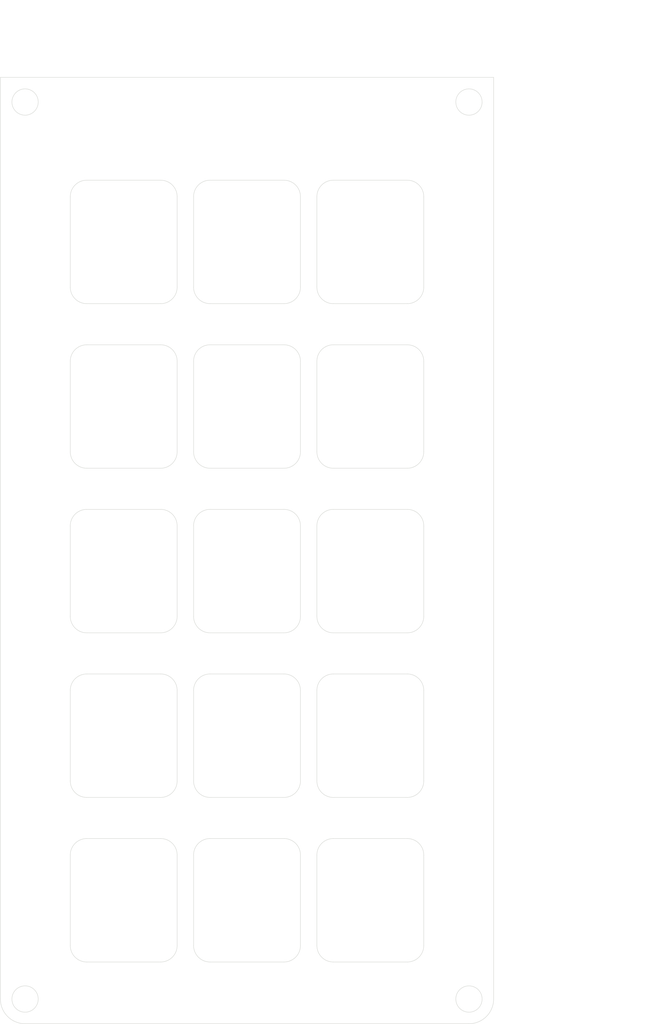
<source format=kicad_pcb>
(kicad_pcb
	(version 20240108)
	(generator "pcbnew")
	(generator_version "8.0")
	(general
		(thickness 1.6)
		(legacy_teardrops no)
	)
	(paper "A4")
	(layers
		(0 "F.Cu" signal)
		(31 "B.Cu" signal)
		(32 "B.Adhes" user "B.Adhesive")
		(33 "F.Adhes" user "F.Adhesive")
		(34 "B.Paste" user)
		(35 "F.Paste" user)
		(36 "B.SilkS" user "B.Silkscreen")
		(37 "F.SilkS" user "F.Silkscreen")
		(38 "B.Mask" user)
		(39 "F.Mask" user)
		(40 "Dwgs.User" user "User.Drawings")
		(41 "Cmts.User" user "User.Comments")
		(42 "Eco1.User" user "User.Eco1")
		(43 "Eco2.User" user "User.Eco2")
		(44 "Edge.Cuts" user)
		(45 "Margin" user)
		(46 "B.CrtYd" user "B.Courtyard")
		(47 "F.CrtYd" user "F.Courtyard")
		(48 "B.Fab" user)
		(49 "F.Fab" user)
		(50 "User.1" user)
		(51 "User.2" user)
		(52 "User.3" user)
		(53 "User.4" user)
		(54 "User.5" user)
		(55 "User.6" user)
		(56 "User.7" user)
		(57 "User.8" user)
		(58 "User.9" user)
	)
	(setup
		(pad_to_mask_clearance 0)
		(allow_soldermask_bridges_in_footprints no)
		(pcbplotparams
			(layerselection 0x0001000_7ffffffe)
			(plot_on_all_layers_selection 0x0000000_00000000)
			(disableapertmacros no)
			(usegerberextensions no)
			(usegerberattributes yes)
			(usegerberadvancedattributes yes)
			(creategerberjobfile yes)
			(dashed_line_dash_ratio 12.000000)
			(dashed_line_gap_ratio 3.000000)
			(svgprecision 4)
			(plotframeref no)
			(viasonmask no)
			(mode 1)
			(useauxorigin no)
			(hpglpennumber 1)
			(hpglpenspeed 20)
			(hpglpendiameter 15.000000)
			(pdf_front_fp_property_popups yes)
			(pdf_back_fp_property_popups yes)
			(dxfpolygonmode yes)
			(dxfimperialunits yes)
			(dxfusepcbnewfont yes)
			(psnegative no)
			(psa4output no)
			(plotreference yes)
			(plotvalue yes)
			(plotfptext yes)
			(plotinvisibletext no)
			(sketchpadsonfab no)
			(subtractmaskfromsilk no)
			(outputformat 3)
			(mirror no)
			(drillshape 0)
			(scaleselection 1)
			(outputdirectory "./")
		)
	)
	(net 0 "")
	(gr_line
		(start 58 175)
		(end 112 175)
		(stroke
			(width 0.05)
			(type default)
		)
		(layer "Edge.Cuts")
		(uuid "0229a380-cc41-43ac-af82-9e416e93142c")
	)
	(gr_arc
		(start 93.5 74.5)
		(mid 94.085786 73.085786)
		(end 95.5 72.5)
		(stroke
			(width 0.05)
			(type default)
		)
		(layer "Edge.Cuts")
		(uuid "03cf01e6-3818-4263-9baa-b561356e709c")
	)
	(gr_arc
		(start 91.5 85.5)
		(mid 90.914214 86.914214)
		(end 89.5 87.5)
		(stroke
			(width 0.05)
			(type default)
		)
		(layer "Edge.Cuts")
		(uuid "0a330c30-362f-4687-8591-65ba82213828")
	)
	(gr_arc
		(start 78.5 134.5)
		(mid 79.085786 133.085786)
		(end 80.5 132.5)
		(stroke
			(width 0.05)
			(type default)
		)
		(layer "Edge.Cuts")
		(uuid "0bee5e6d-9a57-452c-8d90-416ef0b81e46")
	)
	(gr_line
		(start 95.5 87.5)
		(end 104.5 87.5)
		(stroke
			(width 0.05)
			(type default)
		)
		(layer "Edge.Cuts")
		(uuid "0d5f07fd-6cec-448b-8fb6-b43159b70e70")
	)
	(gr_line
		(start 93.5 94.5)
		(end 93.5 105.5)
		(stroke
			(width 0.05)
			(type default)
		)
		(layer "Edge.Cuts")
		(uuid "0fa2696b-bf6f-4bf0-95e3-c855f9db2507")
	)
	(gr_line
		(start 55 60)
		(end 55 172)
		(stroke
			(width 0.05)
			(type default)
		)
		(layer "Edge.Cuts")
		(uuid "105c25eb-a35e-446e-b609-ffecacdd5fb8")
	)
	(gr_line
		(start 65.5 107.5)
		(end 74.5 107.5)
		(stroke
			(width 0.05)
			(type default)
		)
		(layer "Edge.Cuts")
		(uuid "1be5b181-c26d-4fa0-88b3-7b6626213aa6")
	)
	(gr_line
		(start 93.5 74.5)
		(end 93.5 85.5)
		(stroke
			(width 0.05)
			(type default)
		)
		(layer "Edge.Cuts")
		(uuid "1ee7401c-ddbf-45a0-86b1-dc33b1f77bd8")
	)
	(gr_arc
		(start 74.5 72.5)
		(mid 75.914214 73.085786)
		(end 76.5 74.5)
		(stroke
			(width 0.05)
			(type default)
		)
		(layer "Edge.Cuts")
		(uuid "1ef42de3-da1b-43e2-b03c-64f5ee377fff")
	)
	(gr_arc
		(start 76.5 85.5)
		(mid 75.914214 86.914214)
		(end 74.5 87.5)
		(stroke
			(width 0.05)
			(type default)
		)
		(layer "Edge.Cuts")
		(uuid "202082ef-93b3-4d42-a83f-b6a40d1fc027")
	)
	(gr_line
		(start 76.5 154.5)
		(end 76.5 165.5)
		(stroke
			(width 0.05)
			(type default)
		)
		(layer "Edge.Cuts")
		(uuid "24093280-a5c6-47e2-b8c5-ff36d4e3c62b")
	)
	(gr_arc
		(start 74.5 152.5)
		(mid 75.914214 153.085786)
		(end 76.5 154.5)
		(stroke
			(width 0.05)
			(type default)
		)
		(layer "Edge.Cuts")
		(uuid "245232ce-d595-4b7b-8302-dd8a6c27f58d")
	)
	(gr_line
		(start 95.5 112.5)
		(end 104.5 112.5)
		(stroke
			(width 0.05)
			(type default)
		)
		(layer "Edge.Cuts")
		(uuid "2575cc67-8722-4336-a300-db5086d70a18")
	)
	(gr_line
		(start 76.5 114.5)
		(end 76.5 125.5)
		(stroke
			(width 0.05)
			(type default)
		)
		(layer "Edge.Cuts")
		(uuid "273771d3-e390-4ec3-84f5-c90dae8d5f03")
	)
	(gr_line
		(start 65.5 127.5)
		(end 74.5 127.5)
		(stroke
			(width 0.05)
			(type default)
		)
		(layer "Edge.Cuts")
		(uuid "28a86e7f-4f7c-485e-8207-51f301d025b7")
	)
	(gr_line
		(start 80.5 107.5)
		(end 89.5 107.5)
		(stroke
			(width 0.05)
			(type default)
		)
		(layer "Edge.Cuts")
		(uuid "28c7c62b-53af-4b19-8e9c-df74a3b2ea43")
	)
	(gr_arc
		(start 104.5 72.5)
		(mid 105.914214 73.085786)
		(end 106.5 74.5)
		(stroke
			(width 0.05)
			(type default)
		)
		(layer "Edge.Cuts")
		(uuid "2a363d7a-bb31-4e9a-9eda-26bf54160dec")
	)
	(gr_line
		(start 63.5 114.5)
		(end 63.5 125.5)
		(stroke
			(width 0.05)
			(type default)
		)
		(layer "Edge.Cuts")
		(uuid "2caafaa8-cc69-41da-9e41-5bf31d3a1002")
	)
	(gr_arc
		(start 104.5 152.5)
		(mid 105.914214 153.085786)
		(end 106.5 154.5)
		(stroke
			(width 0.05)
			(type default)
		)
		(layer "Edge.Cuts")
		(uuid "2e46eb70-b07b-445e-a3f4-766b0f116702")
	)
	(gr_line
		(start 115 172)
		(end 115 60)
		(stroke
			(width 0.05)
			(type default)
		)
		(layer "Edge.Cuts")
		(uuid "2fc215f2-989c-478b-9549-8f22cb32f433")
	)
	(gr_line
		(start 65.5 152.5)
		(end 74.5 152.5)
		(stroke
			(width 0.05)
			(type default)
		)
		(layer "Edge.Cuts")
		(uuid "352449ab-c5d6-4e13-90b2-fe4993096a7d")
	)
	(gr_arc
		(start 93.5 114.5)
		(mid 94.085786 113.085786)
		(end 95.5 112.5)
		(stroke
			(width 0.05)
			(type default)
		)
		(layer "Edge.Cuts")
		(uuid "3b54906d-6da9-432f-8ed9-e2779afcf99f")
	)
	(gr_arc
		(start 91.5 165.5)
		(mid 90.914214 166.914214)
		(end 89.5 167.5)
		(stroke
			(width 0.05)
			(type default)
		)
		(layer "Edge.Cuts")
		(uuid "3bc3ade3-ae7b-4f24-8e55-730ea8cdc7e2")
	)
	(gr_arc
		(start 89.5 132.5)
		(mid 90.914214 133.085786)
		(end 91.5 134.5)
		(stroke
			(width 0.05)
			(type default)
		)
		(layer "Edge.Cuts")
		(uuid "408e289d-5936-4909-a61c-1ee82f2e34e6")
	)
	(gr_arc
		(start 76.5 165.5)
		(mid 75.914214 166.914214)
		(end 74.5 167.5)
		(stroke
			(width 0.05)
			(type default)
		)
		(layer "Edge.Cuts")
		(uuid "42c4cd44-14f6-4d03-84ef-157130dcc6f3")
	)
	(gr_line
		(start 80.5 132.5)
		(end 89.5 132.5)
		(stroke
			(width 0.05)
			(type default)
		)
		(layer "Edge.Cuts")
		(uuid "4459f134-81b9-494c-836e-f8eac781d678")
	)
	(gr_line
		(start 65.5 167.5)
		(end 74.5 167.5)
		(stroke
			(width 0.05)
			(type default)
		)
		(layer "Edge.Cuts")
		(uuid "4652067d-daff-4b4e-b97c-8aa30d4dadf4")
	)
	(gr_arc
		(start 93.5 94.5)
		(mid 94.085786 93.085786)
		(end 95.5 92.5)
		(stroke
			(width 0.05)
			(type default)
		)
		(layer "Edge.Cuts")
		(uuid "470b9a34-dd0d-4e49-bd4a-c58a480c4bf0")
	)
	(gr_circle
		(center 58 172)
		(end 59.6 172)
		(stroke
			(width 0.05)
			(type default)
		)
		(fill none)
		(layer "Edge.Cuts")
		(uuid "4826731b-9de6-483c-a116-c099c52afafa")
	)
	(gr_line
		(start 80.5 167.5)
		(end 89.5 167.5)
		(stroke
			(width 0.05)
			(type default)
		)
		(layer "Edge.Cuts")
		(uuid "49e2b8b8-a8f4-47ae-a275-d59ad4a2ba7e")
	)
	(gr_line
		(start 65.5 147.5)
		(end 74.5 147.5)
		(stroke
			(width 0.05)
			(type default)
		)
		(layer "Edge.Cuts")
		(uuid "4d698581-4300-4145-8011-0c47f828e201")
	)
	(gr_arc
		(start 106.5 105.5)
		(mid 105.914214 106.914214)
		(end 104.5 107.5)
		(stroke
			(width 0.05)
			(type default)
		)
		(layer "Edge.Cuts")
		(uuid "4eaaf51b-754e-49fd-82fa-7d83665b15a3")
	)
	(gr_line
		(start 78.5 154.5)
		(end 78.5 165.5)
		(stroke
			(width 0.05)
			(type default)
		)
		(layer "Edge.Cuts")
		(uuid "51d81d38-d519-45af-be7f-fac862e3d05c")
	)
	(gr_line
		(start 106.5 94.5)
		(end 106.5 105.5)
		(stroke
			(width 0.05)
			(type default)
		)
		(layer "Edge.Cuts")
		(uuid "54aace17-5fef-4652-89c7-538cbb7e243c")
	)
	(gr_line
		(start 65.5 112.5)
		(end 74.5 112.5)
		(stroke
			(width 0.05)
			(type default)
		)
		(layer "Edge.Cuts")
		(uuid "54ab39ce-0313-416f-9f74-f1a0841ba0e1")
	)
	(gr_arc
		(start 65.5 107.5)
		(mid 64.085786 106.914214)
		(end 63.5 105.5)
		(stroke
			(width 0.05)
			(type default)
		)
		(layer "Edge.Cuts")
		(uuid "563f8667-34f2-4bd2-a1e0-82db81689b7f")
	)
	(gr_arc
		(start 78.5 154.5)
		(mid 79.085786 153.085786)
		(end 80.5 152.5)
		(stroke
			(width 0.05)
			(type default)
		)
		(layer "Edge.Cuts")
		(uuid "568871dc-dfa3-4edd-af9c-f1b7cd67f645")
	)
	(gr_circle
		(center 58 63)
		(end 59.6 63)
		(stroke
			(width 0.05)
			(type default)
		)
		(fill none)
		(layer "Edge.Cuts")
		(uuid "56f0e76a-6998-429b-9ca0-99cc273d40c6")
	)
	(gr_line
		(start 95.5 92.5)
		(end 104.5 92.5)
		(stroke
			(width 0.05)
			(type default)
		)
		(layer "Edge.Cuts")
		(uuid "57673e97-cdcd-41b5-b852-3c7b899424b3")
	)
	(gr_arc
		(start 80.5 167.5)
		(mid 79.085786 166.914214)
		(end 78.5 165.5)
		(stroke
			(width 0.05)
			(type default)
		)
		(layer "Edge.Cuts")
		(uuid "58861cfa-8a59-420d-a785-c3fca085af2d")
	)
	(gr_line
		(start 78.5 134.5)
		(end 78.5 145.5)
		(stroke
			(width 0.05)
			(type default)
		)
		(layer "Edge.Cuts")
		(uuid "58b92f3f-d05b-41d0-baf5-4844a07d69b9")
	)
	(gr_line
		(start 63.5 134.5)
		(end 63.5 145.5)
		(stroke
			(width 0.05)
			(type default)
		)
		(layer "Edge.Cuts")
		(uuid "59aa2213-074a-4cf3-8513-f836c74f88e6")
	)
	(gr_line
		(start 80.5 127.5)
		(end 89.5 127.5)
		(stroke
			(width 0.05)
			(type default)
		)
		(layer "Edge.Cuts")
		(uuid "5dcb3487-cc1b-49f3-8921-6c7a8e9dc8f6")
	)
	(gr_arc
		(start 95.5 147.5)
		(mid 94.085786 146.914214)
		(end 93.5 145.5)
		(stroke
			(width 0.05)
			(type default)
		)
		(layer "Edge.Cuts")
		(uuid "5de62ef8-2bb7-42e2-b0e6-5ac2a0b23393")
	)
	(gr_line
		(start 80.5 112.5)
		(end 89.5 112.5)
		(stroke
			(width 0.05)
			(type default)
		)
		(layer "Edge.Cuts")
		(uuid "5fff3804-d0cc-4a8a-88d4-7551c0491c5d")
	)
	(gr_arc
		(start 89.5 92.5)
		(mid 90.914214 93.085786)
		(end 91.5 94.5)
		(stroke
			(width 0.05)
			(type default)
		)
		(layer "Edge.Cuts")
		(uuid "63fc8b8d-9ee3-4ec2-b7e5-abc7d90ada06")
	)
	(gr_arc
		(start 91.5 125.5)
		(mid 90.914214 126.914214)
		(end 89.5 127.5)
		(stroke
			(width 0.05)
			(type default)
		)
		(layer "Edge.Cuts")
		(uuid "641d333a-39ce-4ea4-afe0-c1fac500c817")
	)
	(gr_line
		(start 91.5 154.5)
		(end 91.5 165.5)
		(stroke
			(width 0.05)
			(type default)
		)
		(layer "Edge.Cuts")
		(uuid "65e78547-849e-411f-88e7-447b331032bc")
	)
	(gr_line
		(start 80.5 87.5)
		(end 89.5 87.5)
		(stroke
			(width 0.05)
			(type default)
		)
		(layer "Edge.Cuts")
		(uuid "660c6013-e049-4b66-a3cc-e86bff8551ce")
	)
	(gr_line
		(start 78.5 94.5)
		(end 78.5 105.5)
		(stroke
			(width 0.05)
			(type default)
		)
		(layer "Edge.Cuts")
		(uuid "698c0bb4-905e-4bd0-a391-0fb1f49e90c6")
	)
	(gr_line
		(start 65.5 132.5)
		(end 74.5 132.5)
		(stroke
			(width 0.05)
			(type default)
		)
		(layer "Edge.Cuts")
		(uuid "6a3cb0d2-830d-4eae-af50-021eddfc4591")
	)
	(gr_line
		(start 106.5 154.5)
		(end 106.5 165.5)
		(stroke
			(width 0.05)
			(type default)
		)
		(layer "Edge.Cuts")
		(uuid "6a526333-5615-4aa2-9d91-917fc7b0c8d0")
	)
	(gr_line
		(start 93.5 114.5)
		(end 93.5 125.5)
		(stroke
			(width 0.05)
			(type default)
		)
		(layer "Edge.Cuts")
		(uuid "6b737e61-2de9-4032-9e50-b2b7f1069c0e")
	)
	(gr_arc
		(start 91.5 105.5)
		(mid 90.914214 106.914214)
		(end 89.5 107.5)
		(stroke
			(width 0.05)
			(type default)
		)
		(layer "Edge.Cuts")
		(uuid "7461ecc2-6922-4948-80a1-41ed731ff0f0")
	)
	(gr_line
		(start 91.5 114.5)
		(end 91.5 125.5)
		(stroke
			(width 0.05)
			(type default)
		)
		(layer "Edge.Cuts")
		(uuid "7479f623-63dc-4310-ba0b-9bedc791fc55")
	)
	(gr_arc
		(start 89.5 72.5)
		(mid 90.914214 73.085786)
		(end 91.5 74.5)
		(stroke
			(width 0.05)
			(type default)
		)
		(layer "Edge.Cuts")
		(uuid "76fc8d09-1ce1-4d7e-bd51-96e8f4fdbf8f")
	)
	(gr_line
		(start 95.5 132.5)
		(end 104.5 132.5)
		(stroke
			(width 0.05)
			(type default)
		)
		(layer "Edge.Cuts")
		(uuid "77354d9f-3239-44ad-b681-36bc8fe579c3")
	)
	(gr_line
		(start 65.5 87.5)
		(end 74.5 87.5)
		(stroke
			(width 0.05)
			(type default)
		)
		(layer "Edge.Cuts")
		(uuid "7846578c-9ee3-4c4c-999f-164a714d91c7")
	)
	(gr_arc
		(start 89.5 152.5)
		(mid 90.914214 153.085786)
		(end 91.5 154.5)
		(stroke
			(width 0.05)
			(type default)
		)
		(layer "Edge.Cuts")
		(uuid "785a147f-7c0c-424a-826c-f013562f6213")
	)
	(gr_arc
		(start 65.5 167.5)
		(mid 64.085786 166.914214)
		(end 63.5 165.5)
		(stroke
			(width 0.05)
			(type default)
		)
		(layer "Edge.Cuts")
		(uuid "7b040e05-8165-4cd9-8f7e-deb82131082c")
	)
	(gr_line
		(start 95.5 147.5)
		(end 104.5 147.5)
		(stroke
			(width 0.05)
			(type default)
		)
		(layer "Edge.Cuts")
		(uuid "7b1faff9-83e7-459b-acb6-5da775ff615d")
	)
	(gr_line
		(start 78.5 114.5)
		(end 78.5 125.5)
		(stroke
			(width 0.05)
			(type default)
		)
		(layer "Edge.Cuts")
		(uuid "7fca99ee-7353-411e-9385-9b3462626252")
	)
	(gr_arc
		(start 93.5 154.5)
		(mid 94.085786 153.085786)
		(end 95.5 152.5)
		(stroke
			(width 0.05)
			(type default)
		)
		(layer "Edge.Cuts")
		(uuid "80bc9480-d30f-419d-9b94-ccfc852958ec")
	)
	(gr_line
		(start 95.5 152.5)
		(end 104.5 152.5)
		(stroke
			(width 0.05)
			(type default)
		)
		(layer "Edge.Cuts")
		(uuid "816ae9be-1d59-4614-b76c-a51735605e03")
	)
	(gr_line
		(start 80.5 92.5)
		(end 89.5 92.5)
		(stroke
			(width 0.05)
			(type default)
		)
		(layer "Edge.Cuts")
		(uuid "824b79d2-82b8-4c06-9c8a-2bb001f9659c")
	)
	(gr_arc
		(start 104.5 132.5)
		(mid 105.914214 133.085786)
		(end 106.5 134.5)
		(stroke
			(width 0.05)
			(type default)
		)
		(layer "Edge.Cuts")
		(uuid "8558049c-79a3-47c6-adbf-629174451243")
	)
	(gr_arc
		(start 80.5 107.5)
		(mid 79.085786 106.914214)
		(end 78.5 105.5)
		(stroke
			(width 0.05)
			(type default)
		)
		(layer "Edge.Cuts")
		(uuid "86461356-2f16-488e-91d3-ab9a1af2bf54")
	)
	(gr_arc
		(start 95.5 107.5)
		(mid 94.085786 106.914214)
		(end 93.5 105.5)
		(stroke
			(width 0.05)
			(type default)
		)
		(layer "Edge.Cuts")
		(uuid "87042f82-8492-4c9e-8453-aa89c0adc99a")
	)
	(gr_arc
		(start 106.5 85.5)
		(mid 105.914214 86.914214)
		(end 104.5 87.5)
		(stroke
			(width 0.05)
			(type default)
		)
		(layer "Edge.Cuts")
		(uuid "876544ad-2e6c-4fc6-a0c5-5e4a170ab642")
	)
	(gr_line
		(start 80.5 72.5)
		(end 89.5 72.5)
		(stroke
			(width 0.05)
			(type default)
		)
		(layer "Edge.Cuts")
		(uuid "882bd498-2b2c-4c32-9ce8-fc95b17f3f50")
	)
	(gr_line
		(start 76.5 94.5)
		(end 76.5 105.5)
		(stroke
			(width 0.05)
			(type default)
		)
		(layer "Edge.Cuts")
		(uuid "88f7abbc-7474-4071-ac98-c6af7b1c8af3")
	)
	(gr_arc
		(start 95.5 127.5)
		(mid 94.085786 126.914214)
		(end 93.5 125.5)
		(stroke
			(width 0.05)
			(type default)
		)
		(layer "Edge.Cuts")
		(uuid "8ab44780-edc2-44b4-b49c-95c6ea31e827")
	)
	(gr_line
		(start 80.5 152.5)
		(end 89.5 152.5)
		(stroke
			(width 0.05)
			(type default)
		)
		(layer "Edge.Cuts")
		(uuid "8b8b7f3c-a50e-4523-b423-1dbf8c42538e")
	)
	(gr_arc
		(start 76.5 145.5)
		(mid 75.914214 146.914214)
		(end 74.5 147.5)
		(stroke
			(width 0.05)
			(type default)
		)
		(layer "Edge.Cuts")
		(uuid "8de15f53-0288-496f-b4ae-b5acbaaa8489")
	)
	(gr_arc
		(start 63.5 114.5)
		(mid 64.085786 113.085786)
		(end 65.5 112.5)
		(stroke
			(width 0.05)
			(type default)
		)
		(layer "Edge.Cuts")
		(uuid "8e094640-4dbb-4ec2-928b-90693ab8b935")
	)
	(gr_arc
		(start 95.5 87.5)
		(mid 94.085786 86.914214)
		(end 93.5 85.5)
		(stroke
			(width 0.05)
			(type default)
		)
		(layer "Edge.Cuts")
		(uuid "92708622-b128-4e67-92eb-e9a571d63a89")
	)
	(gr_arc
		(start 74.5 92.5)
		(mid 75.914214 93.085786)
		(end 76.5 94.5)
		(stroke
			(width 0.05)
			(type default)
		)
		(layer "Edge.Cuts")
		(uuid "964c582f-c254-49a7-820f-81de617fc302")
	)
	(gr_arc
		(start 63.5 154.5)
		(mid 64.085786 153.085786)
		(end 65.5 152.5)
		(stroke
			(width 0.05)
			(type default)
		)
		(layer "Edge.Cuts")
		(uuid "96532485-3cd8-4036-a7a2-68e8e1d8ccb6")
	)
	(gr_line
		(start 106.5 114.5)
		(end 106.5 125.5)
		(stroke
			(width 0.05)
			(type default)
		)
		(layer "Edge.Cuts")
		(uuid "977940e3-c155-4170-86ef-1b35a3bceba9")
	)
	(gr_line
		(start 93.5 154.5)
		(end 93.5 165.5)
		(stroke
			(width 0.05)
			(type default)
		)
		(layer "Edge.Cuts")
		(uuid "a03a2fb9-9182-48d7-a6e8-8f9f17194f9d")
	)
	(gr_line
		(start 55 60)
		(end 115 60)
		(stroke
			(width 0.05)
			(type default)
		)
		(layer "Edge.Cuts")
		(uuid "a1c2f334-fa09-495f-a343-5cd70e4bca93")
	)
	(gr_line
		(start 91.5 94.5)
		(end 91.5 105.5)
		(stroke
			(width 0.05)
			(type default)
		)
		(layer "Edge.Cuts")
		(uuid "a3f9bc64-55fc-4285-aa2d-73076ce92797")
	)
	(gr_arc
		(start 65.5 147.5)
		(mid 64.085786 146.914214)
		(end 63.5 145.5)
		(stroke
			(width 0.05)
			(type default)
		)
		(layer "Edge.Cuts")
		(uuid "a4c08070-079b-4f4a-acfb-97211bc57b1a")
	)
	(gr_arc
		(start 63.5 134.5)
		(mid 64.085786 133.085786)
		(end 65.5 132.5)
		(stroke
			(width 0.05)
			(type default)
		)
		(layer "Edge.Cuts")
		(uuid "a7366b89-46db-4a50-ba7e-241af945fcf4")
	)
	(gr_circle
		(center 112 63)
		(end 113.6 63)
		(stroke
			(width 0.05)
			(type default)
		)
		(fill none)
		(layer "Edge.Cuts")
		(uuid "a7bc99e7-dce6-4083-b112-899fdb70b155")
	)
	(gr_arc
		(start 78.5 74.5)
		(mid 79.085786 73.085786)
		(end 80.5 72.5)
		(stroke
			(width 0.05)
			(type default)
		)
		(layer "Edge.Cuts")
		(uuid "a8a5426f-39af-470c-aa8b-0f6e745ea9b4")
	)
	(gr_line
		(start 65.5 72.5)
		(end 74.5 72.5)
		(stroke
			(width 0.05)
			(type default)
		)
		(layer "Edge.Cuts")
		(uuid "a981364f-ba14-4547-adac-0a593b5de9d1")
	)
	(gr_line
		(start 95.5 72.5)
		(end 104.5 72.5)
		(stroke
			(width 0.05)
			(type default)
		)
		(layer "Edge.Cuts")
		(uuid "aa841ca3-bc5e-47f7-bf16-b3df694132e6")
	)
	(gr_arc
		(start 106.5 165.5)
		(mid 105.914214 166.914214)
		(end 104.5 167.5)
		(stroke
			(width 0.05)
			(type default)
		)
		(layer "Edge.Cuts")
		(uuid "b435c286-925d-41c9-b460-a713e802d458")
	)
	(gr_arc
		(start 76.5 105.5)
		(mid 75.914214 106.914214)
		(end 74.5 107.5)
		(stroke
			(width 0.05)
			(type default)
		)
		(layer "Edge.Cuts")
		(uuid "b447e062-174a-4b8b-bcd1-439ea5fbc7a1")
	)
	(gr_arc
		(start 58 175)
		(mid 55.87868 174.12132)
		(end 55 172)
		(stroke
			(width 0.05)
			(type default)
		)
		(layer "Edge.Cuts")
		(uuid "b554f016-87d2-498b-9b38-0569cdbd46da")
	)
	(gr_arc
		(start 74.5 112.5)
		(mid 75.914214 113.085786)
		(end 76.5 114.5)
		(stroke
			(width 0.05)
			(type default)
		)
		(layer "Edge.Cuts")
		(uuid "b56cd85e-c261-4478-a8a0-6b91ad21fa52")
	)
	(gr_arc
		(start 106.5 125.5)
		(mid 105.914214 126.914214)
		(end 104.5 127.5)
		(stroke
			(width 0.05)
			(type default)
		)
		(layer "Edge.Cuts")
		(uuid "bd382e27-d1c7-40cb-8944-ce294d002758")
	)
	(gr_line
		(start 63.5 154.5)
		(end 63.5 165.5)
		(stroke
			(width 0.05)
			(type default)
		)
		(layer "Edge.Cuts")
		(uuid "c199f50a-0c5b-4adf-9c14-76c83aaf93dd")
	)
	(gr_arc
		(start 65.5 87.5)
		(mid 64.085786 86.914214)
		(end 63.5 85.5)
		(stroke
			(width 0.05)
			(type default)
		)
		(layer "Edge.Cuts")
		(uuid "c741f7d4-2466-41fc-bfdc-766a6c4c23df")
	)
	(gr_arc
		(start 76.5 125.5)
		(mid 75.914214 126.914214)
		(end 74.5 127.5)
		(stroke
			(width 0.05)
			(type default)
		)
		(layer "Edge.Cuts")
		(uuid "c74d89d9-5b48-4cef-9008-d527b5a14ea4")
	)
	(gr_line
		(start 106.5 134.5)
		(end 106.5 145.5)
		(stroke
			(width 0.05)
			(type default)
		)
		(layer "Edge.Cuts")
		(uuid "c7eac566-569c-42c5-b967-1e9b3ead0fb7")
	)
	(gr_line
		(start 65.5 92.5)
		(end 74.5 92.5)
		(stroke
			(width 0.05)
			(type default)
		)
		(layer "Edge.Cuts")
		(uuid "c8815d7a-86a9-4938-9090-887a4d782b9a")
	)
	(gr_arc
		(start 95.5 167.5)
		(mid 94.085786 166.914214)
		(end 93.5 165.5)
		(stroke
			(width 0.05)
			(type default)
		)
		(layer "Edge.Cuts")
		(uuid "c8ec76a9-ce4b-4a56-8789-f55fe88bb470")
	)
	(gr_arc
		(start 63.5 74.5)
		(mid 64.085786 73.085786)
		(end 65.5 72.5)
		(stroke
			(width 0.05)
			(type default)
		)
		(layer "Edge.Cuts")
		(uuid "ccafe469-9d6e-46c5-996c-b43820b6277b")
	)
	(gr_arc
		(start 78.5 114.5)
		(mid 79.085786 113.085786)
		(end 80.5 112.5)
		(stroke
			(width 0.05)
			(type default)
		)
		(layer "Edge.Cuts")
		(uuid "ce9eb9f3-b5da-4d88-a16c-aa1c828d0a87")
	)
	(gr_arc
		(start 80.5 127.5)
		(mid 79.085786 126.914214)
		(end 78.5 125.5)
		(stroke
			(width 0.05)
			(type default)
		)
		(layer "Edge.Cuts")
		(uuid "d1e444d1-323b-4511-b643-7abb8dec7a6f")
	)
	(gr_line
		(start 93.5 134.5)
		(end 93.5 145.5)
		(stroke
			(width 0.05)
			(type default)
		)
		(layer "Edge.Cuts")
		(uuid "d5fa0562-7afd-43c1-8dac-d0f41283ada0")
	)
	(gr_line
		(start 91.5 74.5)
		(end 91.5 85.5)
		(stroke
			(width 0.05)
			(type default)
		)
		(layer "Edge.Cuts")
		(uuid "d6388e2b-687f-471d-96cc-315ffd4d2e2c")
	)
	(gr_arc
		(start 104.5 92.5)
		(mid 105.914214 93.085786)
		(end 106.5 94.5)
		(stroke
			(width 0.05)
			(type default)
		)
		(layer "Edge.Cuts")
		(uuid "da2e87fd-577f-4faa-a549-c748ae71d0ea")
	)
	(gr_line
		(start 106.5 74.5)
		(end 106.5 85.5)
		(stroke
			(width 0.05)
			(type default)
		)
		(layer "Edge.Cuts")
		(uuid "da453728-4fcb-4324-8cd5-233bc028d0c2")
	)
	(gr_circle
		(center 112 172)
		(end 113.6 172)
		(stroke
			(width 0.05)
			(type default)
		)
		(fill none)
		(layer "Edge.Cuts")
		(uuid "dc9dc17f-9da1-4d19-8686-90944d23124e")
	)
	(gr_line
		(start 95.5 107.5)
		(end 104.5 107.5)
		(stroke
			(width 0.05)
			(type default)
		)
		(layer "Edge.Cuts")
		(uuid "e28263a0-331c-4a0a-b063-160a82267129")
	)
	(gr_line
		(start 76.5 134.5)
		(end 76.5 145.5)
		(stroke
			(width 0.05)
			(type default)
		)
		(layer "Edge.Cuts")
		(uuid "e35bb9c7-f8c6-4586-9464-dce8e91fa782")
	)
	(gr_arc
		(start 78.5 94.5)
		(mid 79.085786 93.085786)
		(end 80.5 92.5)
		(stroke
			(width 0.05)
			(type default)
		)
		(layer "Edge.Cuts")
		(uuid "e4244a07-c724-47d9-9943-4a4e8e60d3c1")
	)
	(gr_arc
		(start 115 172)
		(mid 114.12132 174.12132)
		(end 112 175)
		(stroke
			(width 0.05)
			(type default)
		)
		(layer "Edge.Cuts")
		(uuid "e510ba8d-c79d-4b39-b684-2fbbebc68e6c")
	)
	(gr_arc
		(start 106.5 145.5)
		(mid 105.914214 146.914214)
		(end 104.5 147.5)
		(stroke
			(width 0.05)
			(type default)
		)
		(layer "Edge.Cuts")
		(uuid "e59814a5-8802-4e5a-b200-d99f4f372748")
	)
	(gr_arc
		(start 104.5 112.5)
		(mid 105.914214 113.085786)
		(end 106.5 114.5)
		(stroke
			(width 0.05)
			(type default)
		)
		(layer "Edge.Cuts")
		(uuid "e6d1d4bc-71e0-4517-85c9-80376dd923fe")
	)
	(gr_line
		(start 63.5 74.5)
		(end 63.5 85.5)
		(stroke
			(width 0.05)
			(type default)
		)
		(layer "Edge.Cuts")
		(uuid "e7484fce-e863-4a29-b64f-3f98a9e495ec")
	)
	(gr_arc
		(start 91.5 145.5)
		(mid 90.914214 146.914214)
		(end 89.5 147.5)
		(stroke
			(width 0.05)
			(type default)
		)
		(layer "Edge.Cuts")
		(uuid "e813dfa7-7a34-4f51-ad58-d9c8078e4195")
	)
	(gr_line
		(start 95.5 167.5)
		(end 104.5 167.5)
		(stroke
			(width 0.05)
			(type default)
		)
		(layer "Edge.Cuts")
		(uuid "ebd9c54a-5ecb-40be-a3eb-d0e05894ea23")
	)
	(gr_arc
		(start 74.5 132.5)
		(mid 75.914214 133.085786)
		(end 76.5 134.5)
		(stroke
			(width 0.05)
			(type default)
		)
		(layer "Edge.Cuts")
		(uuid "ebf23ce5-5552-4808-a082-c6c5854a19b4")
	)
	(gr_line
		(start 80.5 147.5)
		(end 89.5 147.5)
		(stroke
			(width 0.05)
			(type default)
		)
		(layer "Edge.Cuts")
		(uuid "ec17a330-cd33-4a1d-b895-0458e2308cc1")
	)
	(gr_line
		(start 76.5 74.5)
		(end 76.5 85.5)
		(stroke
			(width 0.05)
			(type default)
		)
		(layer "Edge.Cuts")
		(uuid "f2336771-5cd2-48bd-b647-4d1825d79b07")
	)
	(gr_line
		(start 95.5 127.5)
		(end 104.5 127.5)
		(stroke
			(width 0.05)
			(type default)
		)
		(layer "Edge.Cuts")
		(uuid "f2b1e989-24fd-45ba-bd35-9307df25d030")
	)
	(gr_arc
		(start 65.5 127.5)
		(mid 64.085786 126.914214)
		(end 63.5 125.5)
		(stroke
			(width 0.05)
			(type default)
		)
		(layer "Edge.Cuts")
		(uuid "f33578f1-42fc-47b7-ab51-4d4e243a9af7")
	)
	(gr_arc
		(start 63.5 94.5)
		(mid 64.085786 93.085786)
		(end 65.5 92.5)
		(stroke
			(width 0.05)
			(type default)
		)
		(layer "Edge.Cuts")
		(uuid "f38819cc-a487-47a1-9f2f-47ea6a0d95f1")
	)
	(gr_line
		(start 78.5 74.5)
		(end 78.5 85.5)
		(stroke
			(width 0.05)
			(type default)
		)
		(layer "Edge.Cuts")
		(uuid "f3d3ab5e-52b0-440a-95ad-157d095b8d5f")
	)
	(gr_arc
		(start 93.5 134.5)
		(mid 94.085786 133.085786)
		(end 95.5 132.5)
		(stroke
			(width 0.05)
			(type default)
		)
		(layer "Edge.Cuts")
		(uuid "f4c663cc-df7d-4cf4-9088-27ba15e9dca9")
	)
	(gr_arc
		(start 89.5 112.5)
		(mid 90.914214 113.085786)
		(end 91.5 114.5)
		(stroke
			(width 0.05)
			(type default)
		)
		(layer "Edge.Cuts")
		(uuid "f8ee965b-1a87-4bc1-a805-a8bb2028be28")
	)
	(gr_line
		(start 91.5 134.5)
		(end 91.5 145.5)
		(stroke
			(width 0.05)
			(type default)
		)
		(layer "Edge.Cuts")
		(uuid "fb803e6b-a3e0-4c31-bf2d-8e32f09fbfca")
	)
	(gr_arc
		(start 80.5 147.5)
		(mid 79.085786 146.914214)
		(end 78.5 145.5)
		(stroke
			(width 0.05)
			(type default)
		)
		(layer "Edge.Cuts")
		(uuid "fbcf5a51-1e9f-4f8a-b8be-1666a299ef58")
	)
	(gr_line
		(start 63.5 94.5)
		(end 63.5 105.5)
		(stroke
			(width 0.05)
			(type default)
		)
		(layer "Edge.Cuts")
		(uuid "fd64260f-4b6d-44bc-aa03-27beea7057a0")
	)
	(gr_arc
		(start 80.5 87.5)
		(mid 79.085786 86.914214)
		(end 78.5 85.5)
		(stroke
			(width 0.05)
			(type default)
		)
		(layer "Edge.Cuts")
		(uuid "ff059581-b68c-4019-a2ef-4265a657b727")
	)
	(gr_line
		(start 55 60)
		(end 55 175)
		(stroke
			(width 0.1)
			(type default)
		)
		(layer "User.1")
		(uuid "02f598d8-bf0f-4418-9144-0a5aded4afd0")
	)
	(gr_line
		(start 55 175)
		(end 115 175)
		(stroke
			(width 0.1)
			(type default)
		)
		(layer "User.1")
		(uuid "7d2a7e9d-008c-466b-b57a-4e7a9c915991")
	)
	(gr_line
		(start 115 60)
		(end 115 175)
		(stroke
			(width 0.1)
			(type default)
		)
		(layer "User.1")
		(uuid "b97198dc-41b6-42c8-af96-327af0069b24")
	)
	(gr_line
		(start 55 60)
		(end 115 60)
		(stroke
			(width 0.1)
			(type default)
		)
		(layer "User.1")
		(uuid "bc3fa816-dbc7-4f90-9e18-d9155c3b4451")
	)
	(dimension
		(type aligned)
		(layer "User.2")
		(uuid "a8e6604e-d6e0-4b4f-acf7-c6a8e5afe3b6")
		(pts
			(xy 55 60) (xy 115 60)
		)
		(height -7.4)
		(gr_text "60.0000 mm"
			(at 85 51.45 0)
			(layer "User.2")
			(uuid "a8e6604e-d6e0-4b4f-acf7-c6a8e5afe3b6")
			(effects
				(font
					(size 1 1)
					(thickness 0.15)
				)
			)
		)
		(format
			(prefix "")
			(suffix "")
			(units 3)
			(units_format 1)
			(precision 4)
		)
		(style
			(thickness 0.1)
			(arrow_length 1.27)
			(text_position_mode 0)
			(extension_height 0.58642)
			(extension_offset 0.5) keep_text_aligned)
	)
	(dimension
		(type aligned)
		(layer "User.2")
		(uuid "cb19f292-66bd-4d6a-a54e-a7d626102eba")
		(pts
			(xy 115 60) (xy 115 175)
		)
		(height -16)
		(gr_text "115.0000 mm"
			(at 129.85 117.5 90)
			(layer "User.2")
			(uuid "cb19f292-66bd-4d6a-a54e-a7d626102eba")
			(effects
				(font
					(size 1 1)
					(thickness 0.15)
				)
			)
		)
		(format
			(prefix "")
			(suffix "")
			(units 3)
			(units_format 1)
			(precision 4)
		)
		(style
			(thickness 0.1)
			(arrow_length 1.27)
			(text_position_mode 0)
			(extension_height 0.58642)
			(extension_offset 0.5) keep_text_aligned)
	)
)

</source>
